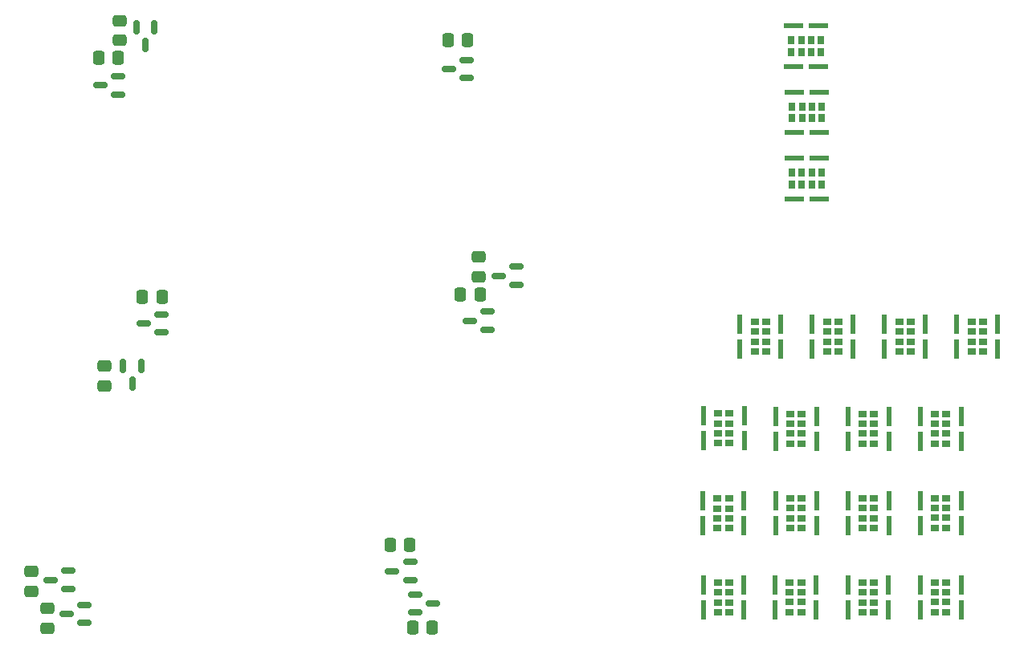
<source format=gbr>
%TF.GenerationSoftware,KiCad,Pcbnew,(6.0.4)*%
%TF.CreationDate,2022-12-17T07:05:36+03:00*%
%TF.ProjectId,Main_PCB_002,4d61696e-5f50-4434-925f-3030322e6b69,rev?*%
%TF.SameCoordinates,Original*%
%TF.FileFunction,Paste,Bot*%
%TF.FilePolarity,Positive*%
%FSLAX46Y46*%
G04 Gerber Fmt 4.6, Leading zero omitted, Abs format (unit mm)*
G04 Created by KiCad (PCBNEW (6.0.4)) date 2022-12-17 07:05:36*
%MOMM*%
%LPD*%
G01*
G04 APERTURE LIST*
G04 Aperture macros list*
%AMRoundRect*
0 Rectangle with rounded corners*
0 $1 Rounding radius*
0 $2 $3 $4 $5 $6 $7 $8 $9 X,Y pos of 4 corners*
0 Add a 4 corners polygon primitive as box body*
4,1,4,$2,$3,$4,$5,$6,$7,$8,$9,$2,$3,0*
0 Add four circle primitives for the rounded corners*
1,1,$1+$1,$2,$3*
1,1,$1+$1,$4,$5*
1,1,$1+$1,$6,$7*
1,1,$1+$1,$8,$9*
0 Add four rect primitives between the rounded corners*
20,1,$1+$1,$2,$3,$4,$5,0*
20,1,$1+$1,$4,$5,$6,$7,0*
20,1,$1+$1,$6,$7,$8,$9,0*
20,1,$1+$1,$8,$9,$2,$3,0*%
G04 Aperture macros list end*
%ADD10RoundRect,0.150000X0.587500X0.150000X-0.587500X0.150000X-0.587500X-0.150000X0.587500X-0.150000X0*%
%ADD11R,0.970000X0.800000*%
%ADD12R,0.500000X2.140000*%
%ADD13RoundRect,0.250000X0.337500X0.475000X-0.337500X0.475000X-0.337500X-0.475000X0.337500X-0.475000X0*%
%ADD14RoundRect,0.250000X-0.337500X-0.475000X0.337500X-0.475000X0.337500X0.475000X-0.337500X0.475000X0*%
%ADD15RoundRect,0.250000X-0.475000X0.337500X-0.475000X-0.337500X0.475000X-0.337500X0.475000X0.337500X0*%
%ADD16RoundRect,0.150000X-0.150000X0.587500X-0.150000X-0.587500X0.150000X-0.587500X0.150000X0.587500X0*%
%ADD17R,0.800000X0.970000*%
%ADD18R,2.140000X0.500000*%
%ADD19RoundRect,0.150000X-0.587500X-0.150000X0.587500X-0.150000X0.587500X0.150000X-0.587500X0.150000X0*%
G04 APERTURE END LIST*
D10*
%TO.C,U19*%
X123347900Y-119039600D03*
X123347900Y-120939600D03*
X121472900Y-119989600D03*
%TD*%
%TO.C,U16*%
X134566900Y-87887900D03*
X134566900Y-89787900D03*
X132691900Y-88837900D03*
%TD*%
D11*
%TO.C,D34*%
X164657000Y-103386000D03*
X163437000Y-105486000D03*
X163437000Y-104436000D03*
X163437000Y-106536000D03*
X164657000Y-106536000D03*
D12*
X161907000Y-106281000D03*
X166187000Y-106281000D03*
D11*
X163437000Y-103386000D03*
X164657000Y-104436000D03*
X164657000Y-105486000D03*
D12*
X166187000Y-103641000D03*
X161907000Y-103641000D03*
%TD*%
D10*
%TO.C,U15*%
X131546600Y-92627500D03*
X131546600Y-94527500D03*
X129671600Y-93577500D03*
%TD*%
D11*
%TO.C,D33*%
X176124000Y-95775000D03*
X174904000Y-96825000D03*
D12*
X177654000Y-93930000D03*
D11*
X174904000Y-94725000D03*
X174904000Y-93675000D03*
D12*
X173374000Y-93930000D03*
X173374000Y-96570000D03*
D11*
X174904000Y-95775000D03*
X176124000Y-94725000D03*
X176124000Y-93675000D03*
X176124000Y-96825000D03*
D12*
X177654000Y-96570000D03*
%TD*%
D10*
%TO.C,U10*%
X89035593Y-123581813D03*
X89035593Y-125481813D03*
X87160593Y-124531813D03*
%TD*%
D13*
%TO.C,C55*%
X97204200Y-91023400D03*
X95129200Y-91023400D03*
%TD*%
D10*
%TO.C,U20*%
X97155000Y-92918200D03*
X97155000Y-94818200D03*
X95280000Y-93868200D03*
%TD*%
D14*
%TO.C,C54*%
X123612000Y-125958600D03*
X125687000Y-125958600D03*
%TD*%
D15*
%TO.C,C52*%
X130581400Y-86860600D03*
X130581400Y-88935600D03*
%TD*%
D12*
%TO.C,D35*%
X154287000Y-103615200D03*
X158567000Y-103615200D03*
X154287000Y-106255200D03*
X158567000Y-106255200D03*
D11*
X157037000Y-104410200D03*
X155817000Y-105460200D03*
X155817000Y-106510200D03*
X157037000Y-105460200D03*
X157037000Y-106510200D03*
X157037000Y-103360200D03*
X155817000Y-103360200D03*
X155817000Y-104410200D03*
%TD*%
D15*
%TO.C,C47*%
X85100893Y-123922213D03*
X85100893Y-125997213D03*
%TD*%
D12*
%TO.C,D33*%
X185274000Y-93930000D03*
D11*
X183744000Y-95775000D03*
X183744000Y-94725000D03*
D12*
X180994000Y-93930000D03*
D11*
X182524000Y-95775000D03*
D12*
X180994000Y-96570000D03*
D11*
X183744000Y-96825000D03*
D12*
X185274000Y-96570000D03*
D11*
X183744000Y-93675000D03*
X182524000Y-96825000D03*
X182524000Y-94725000D03*
X182524000Y-93675000D03*
%TD*%
D12*
%TO.C,D33*%
X169527000Y-103641000D03*
X169527000Y-106281000D03*
D11*
X171057000Y-103386000D03*
X172277000Y-106536000D03*
X172277000Y-104436000D03*
X172277000Y-103386000D03*
D12*
X173807000Y-103641000D03*
D11*
X171057000Y-106536000D03*
X171057000Y-104436000D03*
X171057000Y-105486000D03*
D12*
X173807000Y-106281000D03*
D11*
X172277000Y-105486000D03*
%TD*%
D16*
%TO.C,U13*%
X94512600Y-62587900D03*
X96412600Y-62587900D03*
X95462600Y-64462900D03*
%TD*%
D10*
%TO.C,U11*%
X87333793Y-119975013D03*
X87333793Y-121875013D03*
X85458793Y-120925013D03*
%TD*%
D17*
%TO.C,D48*%
X163612600Y-70977000D03*
X165712600Y-70977000D03*
D18*
X166507600Y-69447000D03*
D17*
X165712600Y-72197000D03*
D18*
X163867600Y-73727000D03*
X166507600Y-73727000D03*
D17*
X164662600Y-70977000D03*
D18*
X163867600Y-69447000D03*
D17*
X166762600Y-70977000D03*
X164662600Y-72197000D03*
X163612600Y-72197000D03*
X166762600Y-72197000D03*
%TD*%
D12*
%TO.C,D26*%
X161857000Y-124061000D03*
D11*
X164607000Y-121166000D03*
D12*
X161857000Y-121421000D03*
X166137000Y-121421000D03*
D11*
X164607000Y-122216000D03*
D12*
X166137000Y-124061000D03*
D11*
X163387000Y-124316000D03*
X163387000Y-123266000D03*
X164607000Y-124316000D03*
X163387000Y-122216000D03*
X163387000Y-121166000D03*
X164607000Y-123266000D03*
%TD*%
%TO.C,D24*%
X178677000Y-122216000D03*
D12*
X177147000Y-121421000D03*
D11*
X179897000Y-122216000D03*
X179897000Y-121166000D03*
X179897000Y-123266000D03*
D12*
X181427000Y-124061000D03*
D11*
X178677000Y-124316000D03*
D12*
X181427000Y-121421000D03*
D11*
X178677000Y-123266000D03*
D12*
X177147000Y-124061000D03*
D11*
X179897000Y-124316000D03*
X178677000Y-121166000D03*
%TD*%
D10*
%TO.C,U9*%
X129292800Y-66079600D03*
X129292800Y-67979600D03*
X127417800Y-67029600D03*
%TD*%
D12*
%TO.C,D33*%
X165754000Y-93930000D03*
D11*
X167284000Y-96825000D03*
X167284000Y-93675000D03*
D12*
X165754000Y-96570000D03*
X170034000Y-96570000D03*
D11*
X167284000Y-94725000D03*
X168504000Y-95775000D03*
X168504000Y-93675000D03*
D12*
X170034000Y-93930000D03*
D11*
X168504000Y-94725000D03*
X168504000Y-96825000D03*
X167284000Y-95775000D03*
%TD*%
%TO.C,D31*%
X156987000Y-115481000D03*
D12*
X158517000Y-115226000D03*
D11*
X155767000Y-112331000D03*
X155767000Y-114431000D03*
X156987000Y-113381000D03*
X155767000Y-115481000D03*
D12*
X158517000Y-112586000D03*
D11*
X156987000Y-112331000D03*
D12*
X154237000Y-115226000D03*
X154237000Y-112586000D03*
D11*
X155767000Y-113381000D03*
X156987000Y-114431000D03*
%TD*%
D15*
%TO.C,C48*%
X83414293Y-120040613D03*
X83414293Y-122115613D03*
%TD*%
D11*
%TO.C,D29*%
X172277000Y-112310200D03*
X172277000Y-113360200D03*
D12*
X169527000Y-115205200D03*
D11*
X171057000Y-112310200D03*
D12*
X169527000Y-112565200D03*
D11*
X171057000Y-113360200D03*
D12*
X173807000Y-112565200D03*
D11*
X172277000Y-115460200D03*
D12*
X173807000Y-115205200D03*
D11*
X172277000Y-114410200D03*
X171057000Y-115460200D03*
X171057000Y-114410200D03*
%TD*%
D13*
%TO.C,C53*%
X130726000Y-90844500D03*
X128651000Y-90844500D03*
%TD*%
D19*
%TO.C,U17*%
X123885900Y-124368600D03*
X123885900Y-122468600D03*
X125760900Y-123418600D03*
%TD*%
D11*
%TO.C,D28*%
X178677000Y-113326000D03*
D12*
X181427000Y-112531000D03*
D11*
X178677000Y-114376000D03*
X178677000Y-115426000D03*
X179897000Y-114376000D03*
X179897000Y-112276000D03*
D12*
X177147000Y-115171000D03*
X177147000Y-112531000D03*
D11*
X179897000Y-113326000D03*
X179897000Y-115426000D03*
X178677000Y-112276000D03*
D12*
X181427000Y-115171000D03*
%TD*%
%TO.C,D32*%
X177147000Y-106281000D03*
D11*
X179897000Y-105486000D03*
X178677000Y-106536000D03*
X178677000Y-104436000D03*
D12*
X177147000Y-103641000D03*
D11*
X178677000Y-105486000D03*
X179897000Y-103386000D03*
X178677000Y-103386000D03*
X179897000Y-106536000D03*
X179897000Y-104436000D03*
D12*
X181427000Y-106281000D03*
X181427000Y-103641000D03*
%TD*%
D15*
%TO.C,C50*%
X92719400Y-61907600D03*
X92719400Y-63982600D03*
%TD*%
D11*
%TO.C,D33*%
X160884000Y-95775000D03*
D12*
X162414000Y-93930000D03*
D11*
X159664000Y-94725000D03*
X159664000Y-93675000D03*
X159664000Y-96825000D03*
X160884000Y-94725000D03*
X159664000Y-95775000D03*
D12*
X158134000Y-96570000D03*
X158134000Y-93930000D03*
X162414000Y-96570000D03*
D11*
X160884000Y-93675000D03*
X160884000Y-96825000D03*
%TD*%
D16*
%TO.C,U18*%
X93096000Y-98374200D03*
X94996000Y-98374200D03*
X94046000Y-100249200D03*
%TD*%
D11*
%TO.C,D25*%
X172252000Y-121206000D03*
X172252000Y-123306000D03*
D12*
X173782000Y-124101000D03*
D11*
X171032000Y-123306000D03*
D12*
X169502000Y-121461000D03*
D11*
X172252000Y-124356000D03*
X171032000Y-124356000D03*
D12*
X169502000Y-124101000D03*
D11*
X171032000Y-121206000D03*
D12*
X173782000Y-121461000D03*
D11*
X172252000Y-122256000D03*
X171032000Y-122256000D03*
%TD*%
D10*
%TO.C,U12*%
X92567000Y-67797600D03*
X92567000Y-69697600D03*
X90692000Y-68747600D03*
%TD*%
D13*
%TO.C,C49*%
X92594700Y-65852000D03*
X90519700Y-65852000D03*
%TD*%
%TO.C,C56*%
X123317000Y-117221000D03*
X121242000Y-117221000D03*
%TD*%
D18*
%TO.C,D47*%
X163791400Y-66742000D03*
D17*
X165636400Y-63992000D03*
X163536400Y-65212000D03*
X166686400Y-63992000D03*
X165636400Y-65212000D03*
D18*
X166431400Y-62462000D03*
D17*
X166686400Y-65212000D03*
X164586400Y-63992000D03*
D18*
X163791400Y-62462000D03*
X166431400Y-66742000D03*
D17*
X163536400Y-63992000D03*
X164586400Y-65212000D03*
%TD*%
D15*
%TO.C,C57*%
X91165400Y-98356700D03*
X91165400Y-100431700D03*
%TD*%
D11*
%TO.C,D27*%
X157012000Y-121181000D03*
X155792000Y-123281000D03*
D12*
X158542000Y-121436000D03*
X154262000Y-124076000D03*
D11*
X157012000Y-124331000D03*
X157012000Y-122231000D03*
X155792000Y-121181000D03*
X155792000Y-124331000D03*
D12*
X158542000Y-124076000D03*
X154262000Y-121436000D03*
D11*
X157012000Y-123281000D03*
X155792000Y-122231000D03*
%TD*%
D13*
%TO.C,C46*%
X129422100Y-64007000D03*
X127347100Y-64007000D03*
%TD*%
D11*
%TO.C,D30*%
X163437000Y-114410200D03*
D12*
X161907000Y-115205200D03*
D11*
X164657000Y-113360200D03*
X163437000Y-113360200D03*
X164657000Y-114410200D03*
X163437000Y-115460200D03*
X164657000Y-115460200D03*
X164657000Y-112310200D03*
D12*
X166187000Y-112565200D03*
X166187000Y-115205200D03*
D11*
X163437000Y-112310200D03*
D12*
X161907000Y-112565200D03*
%TD*%
D17*
%TO.C,D49*%
X164637200Y-79182000D03*
X165687200Y-77962000D03*
X163587200Y-77962000D03*
D18*
X163842200Y-76432000D03*
D17*
X164637200Y-77962000D03*
D18*
X166482200Y-80712000D03*
D17*
X163587200Y-79182000D03*
D18*
X163842200Y-80712000D03*
D17*
X166737200Y-79182000D03*
D18*
X166482200Y-76432000D03*
D17*
X165687200Y-79182000D03*
X166737200Y-77962000D03*
%TD*%
M02*

</source>
